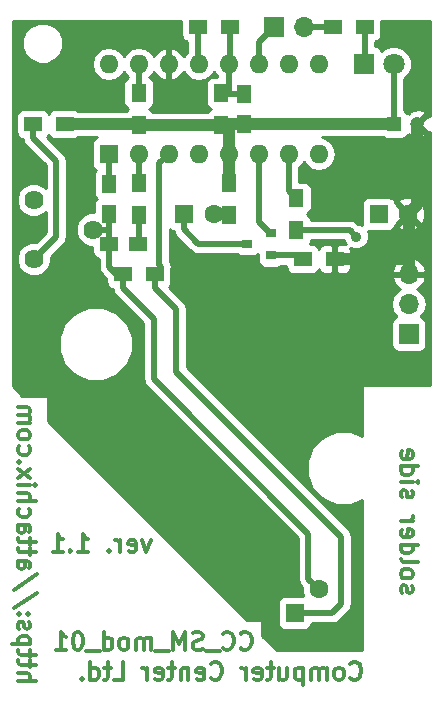
<source format=gbr>
G04 #@! TF.FileFunction,Copper,L2,Bot,Signal*
%FSLAX46Y46*%
G04 Gerber Fmt 4.6, Leading zero omitted, Abs format (unit mm)*
G04 Created by KiCad (PCBNEW 4.0.5) date 04/25/17 13:40:11*
%MOMM*%
%LPD*%
G01*
G04 APERTURE LIST*
%ADD10C,0.100000*%
%ADD11C,0.300000*%
%ADD12R,0.900000X0.800000*%
%ADD13R,1.600000X1.600000*%
%ADD14C,1.600000*%
%ADD15R,1.200000X1.200000*%
%ADD16C,1.200000*%
%ADD17R,1.500000X1.250000*%
%ADD18R,1.250000X1.500000*%
%ADD19R,1.800000X1.800000*%
%ADD20C,1.800000*%
%ADD21R,1.700000X1.700000*%
%ADD22O,1.700000X1.700000*%
%ADD23R,1.500000X1.300000*%
%ADD24R,1.300000X1.500000*%
%ADD25C,1.620000*%
%ADD26O,1.600000X1.600000*%
%ADD27C,0.900000*%
%ADD28C,0.500000*%
%ADD29C,1.000000*%
%ADD30C,0.254000*%
G04 APERTURE END LIST*
D10*
D11*
X129273570Y-134298571D02*
X128916427Y-135298571D01*
X128559285Y-134298571D01*
X127416428Y-135227143D02*
X127559285Y-135298571D01*
X127844999Y-135298571D01*
X127987856Y-135227143D01*
X128059285Y-135084286D01*
X128059285Y-134512857D01*
X127987856Y-134370000D01*
X127844999Y-134298571D01*
X127559285Y-134298571D01*
X127416428Y-134370000D01*
X127344999Y-134512857D01*
X127344999Y-134655714D01*
X128059285Y-134798571D01*
X126702142Y-135298571D02*
X126702142Y-134298571D01*
X126702142Y-134584286D02*
X126630714Y-134441429D01*
X126559285Y-134370000D01*
X126416428Y-134298571D01*
X126273571Y-134298571D01*
X125773571Y-135155714D02*
X125702143Y-135227143D01*
X125773571Y-135298571D01*
X125845000Y-135227143D01*
X125773571Y-135155714D01*
X125773571Y-135298571D01*
X123130714Y-135298571D02*
X123987857Y-135298571D01*
X123559285Y-135298571D02*
X123559285Y-133798571D01*
X123702142Y-134012857D01*
X123845000Y-134155714D01*
X123987857Y-134227143D01*
X122487857Y-135155714D02*
X122416429Y-135227143D01*
X122487857Y-135298571D01*
X122559286Y-135227143D01*
X122487857Y-135155714D01*
X122487857Y-135298571D01*
X120987857Y-135298571D02*
X121845000Y-135298571D01*
X121416428Y-135298571D02*
X121416428Y-133798571D01*
X121559285Y-134012857D01*
X121702143Y-134155714D01*
X121845000Y-134227143D01*
X136897142Y-143410714D02*
X136968571Y-143482143D01*
X137182857Y-143553571D01*
X137325714Y-143553571D01*
X137539999Y-143482143D01*
X137682857Y-143339286D01*
X137754285Y-143196429D01*
X137825714Y-142910714D01*
X137825714Y-142696429D01*
X137754285Y-142410714D01*
X137682857Y-142267857D01*
X137539999Y-142125000D01*
X137325714Y-142053571D01*
X137182857Y-142053571D01*
X136968571Y-142125000D01*
X136897142Y-142196429D01*
X135397142Y-143410714D02*
X135468571Y-143482143D01*
X135682857Y-143553571D01*
X135825714Y-143553571D01*
X136039999Y-143482143D01*
X136182857Y-143339286D01*
X136254285Y-143196429D01*
X136325714Y-142910714D01*
X136325714Y-142696429D01*
X136254285Y-142410714D01*
X136182857Y-142267857D01*
X136039999Y-142125000D01*
X135825714Y-142053571D01*
X135682857Y-142053571D01*
X135468571Y-142125000D01*
X135397142Y-142196429D01*
X135111428Y-143696429D02*
X133968571Y-143696429D01*
X133682857Y-143482143D02*
X133468571Y-143553571D01*
X133111428Y-143553571D01*
X132968571Y-143482143D01*
X132897142Y-143410714D01*
X132825714Y-143267857D01*
X132825714Y-143125000D01*
X132897142Y-142982143D01*
X132968571Y-142910714D01*
X133111428Y-142839286D01*
X133397142Y-142767857D01*
X133540000Y-142696429D01*
X133611428Y-142625000D01*
X133682857Y-142482143D01*
X133682857Y-142339286D01*
X133611428Y-142196429D01*
X133540000Y-142125000D01*
X133397142Y-142053571D01*
X133040000Y-142053571D01*
X132825714Y-142125000D01*
X132182857Y-143553571D02*
X132182857Y-142053571D01*
X131682857Y-143125000D01*
X131182857Y-142053571D01*
X131182857Y-143553571D01*
X130825714Y-143696429D02*
X129682857Y-143696429D01*
X129325714Y-143553571D02*
X129325714Y-142553571D01*
X129325714Y-142696429D02*
X129254286Y-142625000D01*
X129111428Y-142553571D01*
X128897143Y-142553571D01*
X128754286Y-142625000D01*
X128682857Y-142767857D01*
X128682857Y-143553571D01*
X128682857Y-142767857D02*
X128611428Y-142625000D01*
X128468571Y-142553571D01*
X128254286Y-142553571D01*
X128111428Y-142625000D01*
X128040000Y-142767857D01*
X128040000Y-143553571D01*
X127111428Y-143553571D02*
X127254286Y-143482143D01*
X127325714Y-143410714D01*
X127397143Y-143267857D01*
X127397143Y-142839286D01*
X127325714Y-142696429D01*
X127254286Y-142625000D01*
X127111428Y-142553571D01*
X126897143Y-142553571D01*
X126754286Y-142625000D01*
X126682857Y-142696429D01*
X126611428Y-142839286D01*
X126611428Y-143267857D01*
X126682857Y-143410714D01*
X126754286Y-143482143D01*
X126897143Y-143553571D01*
X127111428Y-143553571D01*
X125325714Y-143553571D02*
X125325714Y-142053571D01*
X125325714Y-143482143D02*
X125468571Y-143553571D01*
X125754285Y-143553571D01*
X125897143Y-143482143D01*
X125968571Y-143410714D01*
X126040000Y-143267857D01*
X126040000Y-142839286D01*
X125968571Y-142696429D01*
X125897143Y-142625000D01*
X125754285Y-142553571D01*
X125468571Y-142553571D01*
X125325714Y-142625000D01*
X124968571Y-143696429D02*
X123825714Y-143696429D01*
X123182857Y-142053571D02*
X123040000Y-142053571D01*
X122897143Y-142125000D01*
X122825714Y-142196429D01*
X122754285Y-142339286D01*
X122682857Y-142625000D01*
X122682857Y-142982143D01*
X122754285Y-143267857D01*
X122825714Y-143410714D01*
X122897143Y-143482143D01*
X123040000Y-143553571D01*
X123182857Y-143553571D01*
X123325714Y-143482143D01*
X123397143Y-143410714D01*
X123468571Y-143267857D01*
X123540000Y-142982143D01*
X123540000Y-142625000D01*
X123468571Y-142339286D01*
X123397143Y-142196429D01*
X123325714Y-142125000D01*
X123182857Y-142053571D01*
X121254286Y-143553571D02*
X122111429Y-143553571D01*
X121682857Y-143553571D02*
X121682857Y-142053571D01*
X121825714Y-142267857D01*
X121968572Y-142410714D01*
X122111429Y-142482143D01*
X150522857Y-138750714D02*
X150451429Y-138607857D01*
X150451429Y-138322142D01*
X150522857Y-138179285D01*
X150665714Y-138107857D01*
X150737143Y-138107857D01*
X150880000Y-138179285D01*
X150951429Y-138322142D01*
X150951429Y-138536428D01*
X151022857Y-138679285D01*
X151165714Y-138750714D01*
X151237143Y-138750714D01*
X151380000Y-138679285D01*
X151451429Y-138536428D01*
X151451429Y-138322142D01*
X151380000Y-138179285D01*
X150451429Y-137250713D02*
X150522857Y-137393571D01*
X150594286Y-137464999D01*
X150737143Y-137536428D01*
X151165714Y-137536428D01*
X151308571Y-137464999D01*
X151380000Y-137393571D01*
X151451429Y-137250713D01*
X151451429Y-137036428D01*
X151380000Y-136893571D01*
X151308571Y-136822142D01*
X151165714Y-136750713D01*
X150737143Y-136750713D01*
X150594286Y-136822142D01*
X150522857Y-136893571D01*
X150451429Y-137036428D01*
X150451429Y-137250713D01*
X150451429Y-135893570D02*
X150522857Y-136036428D01*
X150665714Y-136107856D01*
X151951429Y-136107856D01*
X150451429Y-134679285D02*
X151951429Y-134679285D01*
X150522857Y-134679285D02*
X150451429Y-134822142D01*
X150451429Y-135107856D01*
X150522857Y-135250714D01*
X150594286Y-135322142D01*
X150737143Y-135393571D01*
X151165714Y-135393571D01*
X151308571Y-135322142D01*
X151380000Y-135250714D01*
X151451429Y-135107856D01*
X151451429Y-134822142D01*
X151380000Y-134679285D01*
X150522857Y-133393571D02*
X150451429Y-133536428D01*
X150451429Y-133822142D01*
X150522857Y-133964999D01*
X150665714Y-134036428D01*
X151237143Y-134036428D01*
X151380000Y-133964999D01*
X151451429Y-133822142D01*
X151451429Y-133536428D01*
X151380000Y-133393571D01*
X151237143Y-133322142D01*
X151094286Y-133322142D01*
X150951429Y-134036428D01*
X150451429Y-132679285D02*
X151451429Y-132679285D01*
X151165714Y-132679285D02*
X151308571Y-132607857D01*
X151380000Y-132536428D01*
X151451429Y-132393571D01*
X151451429Y-132250714D01*
X150522857Y-130679286D02*
X150451429Y-130536429D01*
X150451429Y-130250714D01*
X150522857Y-130107857D01*
X150665714Y-130036429D01*
X150737143Y-130036429D01*
X150880000Y-130107857D01*
X150951429Y-130250714D01*
X150951429Y-130465000D01*
X151022857Y-130607857D01*
X151165714Y-130679286D01*
X151237143Y-130679286D01*
X151380000Y-130607857D01*
X151451429Y-130465000D01*
X151451429Y-130250714D01*
X151380000Y-130107857D01*
X150451429Y-129393571D02*
X151451429Y-129393571D01*
X151951429Y-129393571D02*
X151880000Y-129465000D01*
X151808571Y-129393571D01*
X151880000Y-129322143D01*
X151951429Y-129393571D01*
X151808571Y-129393571D01*
X150451429Y-128036428D02*
X151951429Y-128036428D01*
X150522857Y-128036428D02*
X150451429Y-128179285D01*
X150451429Y-128464999D01*
X150522857Y-128607857D01*
X150594286Y-128679285D01*
X150737143Y-128750714D01*
X151165714Y-128750714D01*
X151308571Y-128679285D01*
X151380000Y-128607857D01*
X151451429Y-128464999D01*
X151451429Y-128179285D01*
X151380000Y-128036428D01*
X150522857Y-126750714D02*
X150451429Y-126893571D01*
X150451429Y-127179285D01*
X150522857Y-127322142D01*
X150665714Y-127393571D01*
X151237143Y-127393571D01*
X151380000Y-127322142D01*
X151451429Y-127179285D01*
X151451429Y-126893571D01*
X151380000Y-126750714D01*
X151237143Y-126679285D01*
X151094286Y-126679285D01*
X150951429Y-127393571D01*
X118066429Y-146191430D02*
X119566429Y-146191430D01*
X118066429Y-145548573D02*
X118852143Y-145548573D01*
X118995000Y-145620002D01*
X119066429Y-145762859D01*
X119066429Y-145977144D01*
X118995000Y-146120002D01*
X118923571Y-146191430D01*
X119066429Y-145048573D02*
X119066429Y-144477144D01*
X119566429Y-144834287D02*
X118280714Y-144834287D01*
X118137857Y-144762859D01*
X118066429Y-144620001D01*
X118066429Y-144477144D01*
X119066429Y-144191430D02*
X119066429Y-143620001D01*
X119566429Y-143977144D02*
X118280714Y-143977144D01*
X118137857Y-143905716D01*
X118066429Y-143762858D01*
X118066429Y-143620001D01*
X119066429Y-143120001D02*
X117566429Y-143120001D01*
X118995000Y-143120001D02*
X119066429Y-142977144D01*
X119066429Y-142691430D01*
X118995000Y-142548573D01*
X118923571Y-142477144D01*
X118780714Y-142405715D01*
X118352143Y-142405715D01*
X118209286Y-142477144D01*
X118137857Y-142548573D01*
X118066429Y-142691430D01*
X118066429Y-142977144D01*
X118137857Y-143120001D01*
X118137857Y-141834287D02*
X118066429Y-141691430D01*
X118066429Y-141405715D01*
X118137857Y-141262858D01*
X118280714Y-141191430D01*
X118352143Y-141191430D01*
X118495000Y-141262858D01*
X118566429Y-141405715D01*
X118566429Y-141620001D01*
X118637857Y-141762858D01*
X118780714Y-141834287D01*
X118852143Y-141834287D01*
X118995000Y-141762858D01*
X119066429Y-141620001D01*
X119066429Y-141405715D01*
X118995000Y-141262858D01*
X118209286Y-140548572D02*
X118137857Y-140477144D01*
X118066429Y-140548572D01*
X118137857Y-140620001D01*
X118209286Y-140548572D01*
X118066429Y-140548572D01*
X118995000Y-140548572D02*
X118923571Y-140477144D01*
X118852143Y-140548572D01*
X118923571Y-140620001D01*
X118995000Y-140548572D01*
X118852143Y-140548572D01*
X119637857Y-138762858D02*
X117709286Y-140048572D01*
X119637857Y-137191429D02*
X117709286Y-138477143D01*
X118066429Y-136048571D02*
X118852143Y-136048571D01*
X118995000Y-136120000D01*
X119066429Y-136262857D01*
X119066429Y-136548571D01*
X118995000Y-136691428D01*
X118137857Y-136048571D02*
X118066429Y-136191428D01*
X118066429Y-136548571D01*
X118137857Y-136691428D01*
X118280714Y-136762857D01*
X118423571Y-136762857D01*
X118566429Y-136691428D01*
X118637857Y-136548571D01*
X118637857Y-136191428D01*
X118709286Y-136048571D01*
X119066429Y-135548571D02*
X119066429Y-134977142D01*
X119566429Y-135334285D02*
X118280714Y-135334285D01*
X118137857Y-135262857D01*
X118066429Y-135119999D01*
X118066429Y-134977142D01*
X119066429Y-134691428D02*
X119066429Y-134119999D01*
X119566429Y-134477142D02*
X118280714Y-134477142D01*
X118137857Y-134405714D01*
X118066429Y-134262856D01*
X118066429Y-134119999D01*
X118066429Y-132977142D02*
X118852143Y-132977142D01*
X118995000Y-133048571D01*
X119066429Y-133191428D01*
X119066429Y-133477142D01*
X118995000Y-133619999D01*
X118137857Y-132977142D02*
X118066429Y-133119999D01*
X118066429Y-133477142D01*
X118137857Y-133619999D01*
X118280714Y-133691428D01*
X118423571Y-133691428D01*
X118566429Y-133619999D01*
X118637857Y-133477142D01*
X118637857Y-133119999D01*
X118709286Y-132977142D01*
X118137857Y-131619999D02*
X118066429Y-131762856D01*
X118066429Y-132048570D01*
X118137857Y-132191428D01*
X118209286Y-132262856D01*
X118352143Y-132334285D01*
X118780714Y-132334285D01*
X118923571Y-132262856D01*
X118995000Y-132191428D01*
X119066429Y-132048570D01*
X119066429Y-131762856D01*
X118995000Y-131619999D01*
X118066429Y-130977142D02*
X119566429Y-130977142D01*
X118066429Y-130334285D02*
X118852143Y-130334285D01*
X118995000Y-130405714D01*
X119066429Y-130548571D01*
X119066429Y-130762856D01*
X118995000Y-130905714D01*
X118923571Y-130977142D01*
X118066429Y-129619999D02*
X119066429Y-129619999D01*
X119566429Y-129619999D02*
X119495000Y-129691428D01*
X119423571Y-129619999D01*
X119495000Y-129548571D01*
X119566429Y-129619999D01*
X119423571Y-129619999D01*
X118066429Y-129048570D02*
X119066429Y-128262856D01*
X119066429Y-129048570D02*
X118066429Y-128262856D01*
X118209286Y-127691427D02*
X118137857Y-127619999D01*
X118066429Y-127691427D01*
X118137857Y-127762856D01*
X118209286Y-127691427D01*
X118066429Y-127691427D01*
X118137857Y-126334284D02*
X118066429Y-126477141D01*
X118066429Y-126762855D01*
X118137857Y-126905713D01*
X118209286Y-126977141D01*
X118352143Y-127048570D01*
X118780714Y-127048570D01*
X118923571Y-126977141D01*
X118995000Y-126905713D01*
X119066429Y-126762855D01*
X119066429Y-126477141D01*
X118995000Y-126334284D01*
X118066429Y-125477141D02*
X118137857Y-125619999D01*
X118209286Y-125691427D01*
X118352143Y-125762856D01*
X118780714Y-125762856D01*
X118923571Y-125691427D01*
X118995000Y-125619999D01*
X119066429Y-125477141D01*
X119066429Y-125262856D01*
X118995000Y-125119999D01*
X118923571Y-125048570D01*
X118780714Y-124977141D01*
X118352143Y-124977141D01*
X118209286Y-125048570D01*
X118137857Y-125119999D01*
X118066429Y-125262856D01*
X118066429Y-125477141D01*
X118066429Y-124334284D02*
X119066429Y-124334284D01*
X118923571Y-124334284D02*
X118995000Y-124262856D01*
X119066429Y-124119998D01*
X119066429Y-123905713D01*
X118995000Y-123762856D01*
X118852143Y-123691427D01*
X118066429Y-123691427D01*
X118852143Y-123691427D02*
X118995000Y-123619998D01*
X119066429Y-123477141D01*
X119066429Y-123262856D01*
X118995000Y-123119998D01*
X118852143Y-123048570D01*
X118066429Y-123048570D01*
X146183571Y-145950714D02*
X146255000Y-146022143D01*
X146469286Y-146093571D01*
X146612143Y-146093571D01*
X146826428Y-146022143D01*
X146969286Y-145879286D01*
X147040714Y-145736429D01*
X147112143Y-145450714D01*
X147112143Y-145236429D01*
X147040714Y-144950714D01*
X146969286Y-144807857D01*
X146826428Y-144665000D01*
X146612143Y-144593571D01*
X146469286Y-144593571D01*
X146255000Y-144665000D01*
X146183571Y-144736429D01*
X145326428Y-146093571D02*
X145469286Y-146022143D01*
X145540714Y-145950714D01*
X145612143Y-145807857D01*
X145612143Y-145379286D01*
X145540714Y-145236429D01*
X145469286Y-145165000D01*
X145326428Y-145093571D01*
X145112143Y-145093571D01*
X144969286Y-145165000D01*
X144897857Y-145236429D01*
X144826428Y-145379286D01*
X144826428Y-145807857D01*
X144897857Y-145950714D01*
X144969286Y-146022143D01*
X145112143Y-146093571D01*
X145326428Y-146093571D01*
X144183571Y-146093571D02*
X144183571Y-145093571D01*
X144183571Y-145236429D02*
X144112143Y-145165000D01*
X143969285Y-145093571D01*
X143755000Y-145093571D01*
X143612143Y-145165000D01*
X143540714Y-145307857D01*
X143540714Y-146093571D01*
X143540714Y-145307857D02*
X143469285Y-145165000D01*
X143326428Y-145093571D01*
X143112143Y-145093571D01*
X142969285Y-145165000D01*
X142897857Y-145307857D01*
X142897857Y-146093571D01*
X142183571Y-145093571D02*
X142183571Y-146593571D01*
X142183571Y-145165000D02*
X142040714Y-145093571D01*
X141755000Y-145093571D01*
X141612143Y-145165000D01*
X141540714Y-145236429D01*
X141469285Y-145379286D01*
X141469285Y-145807857D01*
X141540714Y-145950714D01*
X141612143Y-146022143D01*
X141755000Y-146093571D01*
X142040714Y-146093571D01*
X142183571Y-146022143D01*
X140183571Y-145093571D02*
X140183571Y-146093571D01*
X140826428Y-145093571D02*
X140826428Y-145879286D01*
X140755000Y-146022143D01*
X140612142Y-146093571D01*
X140397857Y-146093571D01*
X140255000Y-146022143D01*
X140183571Y-145950714D01*
X139683571Y-145093571D02*
X139112142Y-145093571D01*
X139469285Y-144593571D02*
X139469285Y-145879286D01*
X139397857Y-146022143D01*
X139254999Y-146093571D01*
X139112142Y-146093571D01*
X138040714Y-146022143D02*
X138183571Y-146093571D01*
X138469285Y-146093571D01*
X138612142Y-146022143D01*
X138683571Y-145879286D01*
X138683571Y-145307857D01*
X138612142Y-145165000D01*
X138469285Y-145093571D01*
X138183571Y-145093571D01*
X138040714Y-145165000D01*
X137969285Y-145307857D01*
X137969285Y-145450714D01*
X138683571Y-145593571D01*
X137326428Y-146093571D02*
X137326428Y-145093571D01*
X137326428Y-145379286D02*
X137255000Y-145236429D01*
X137183571Y-145165000D01*
X137040714Y-145093571D01*
X136897857Y-145093571D01*
X134397857Y-145950714D02*
X134469286Y-146022143D01*
X134683572Y-146093571D01*
X134826429Y-146093571D01*
X135040714Y-146022143D01*
X135183572Y-145879286D01*
X135255000Y-145736429D01*
X135326429Y-145450714D01*
X135326429Y-145236429D01*
X135255000Y-144950714D01*
X135183572Y-144807857D01*
X135040714Y-144665000D01*
X134826429Y-144593571D01*
X134683572Y-144593571D01*
X134469286Y-144665000D01*
X134397857Y-144736429D01*
X133183572Y-146022143D02*
X133326429Y-146093571D01*
X133612143Y-146093571D01*
X133755000Y-146022143D01*
X133826429Y-145879286D01*
X133826429Y-145307857D01*
X133755000Y-145165000D01*
X133612143Y-145093571D01*
X133326429Y-145093571D01*
X133183572Y-145165000D01*
X133112143Y-145307857D01*
X133112143Y-145450714D01*
X133826429Y-145593571D01*
X132469286Y-145093571D02*
X132469286Y-146093571D01*
X132469286Y-145236429D02*
X132397858Y-145165000D01*
X132255000Y-145093571D01*
X132040715Y-145093571D01*
X131897858Y-145165000D01*
X131826429Y-145307857D01*
X131826429Y-146093571D01*
X131326429Y-145093571D02*
X130755000Y-145093571D01*
X131112143Y-144593571D02*
X131112143Y-145879286D01*
X131040715Y-146022143D01*
X130897857Y-146093571D01*
X130755000Y-146093571D01*
X129683572Y-146022143D02*
X129826429Y-146093571D01*
X130112143Y-146093571D01*
X130255000Y-146022143D01*
X130326429Y-145879286D01*
X130326429Y-145307857D01*
X130255000Y-145165000D01*
X130112143Y-145093571D01*
X129826429Y-145093571D01*
X129683572Y-145165000D01*
X129612143Y-145307857D01*
X129612143Y-145450714D01*
X130326429Y-145593571D01*
X128969286Y-146093571D02*
X128969286Y-145093571D01*
X128969286Y-145379286D02*
X128897858Y-145236429D01*
X128826429Y-145165000D01*
X128683572Y-145093571D01*
X128540715Y-145093571D01*
X126183572Y-146093571D02*
X126897858Y-146093571D01*
X126897858Y-144593571D01*
X125897858Y-145093571D02*
X125326429Y-145093571D01*
X125683572Y-144593571D02*
X125683572Y-145879286D01*
X125612144Y-146022143D01*
X125469286Y-146093571D01*
X125326429Y-146093571D01*
X124183572Y-146093571D02*
X124183572Y-144593571D01*
X124183572Y-146022143D02*
X124326429Y-146093571D01*
X124612143Y-146093571D01*
X124755001Y-146022143D01*
X124826429Y-145950714D01*
X124897858Y-145807857D01*
X124897858Y-145379286D01*
X124826429Y-145236429D01*
X124755001Y-145165000D01*
X124612143Y-145093571D01*
X124326429Y-145093571D01*
X124183572Y-145165000D01*
X123469286Y-145950714D02*
X123397858Y-146022143D01*
X123469286Y-146093571D01*
X123540715Y-146022143D01*
X123469286Y-145950714D01*
X123469286Y-146093571D01*
D12*
X139430000Y-108270000D03*
X139430000Y-110170000D03*
X137430000Y-109220000D03*
D13*
X148590000Y-106680000D03*
D14*
X151090000Y-106680000D03*
D15*
X149860000Y-99060000D03*
D16*
X151860000Y-99060000D03*
D17*
X128250000Y-109220000D03*
X125750000Y-109220000D03*
D18*
X125730000Y-104160000D03*
X125730000Y-106660000D03*
X137160000Y-99040000D03*
X137160000Y-96540000D03*
D19*
X147320000Y-93980000D03*
D20*
X149860000Y-93980000D03*
D21*
X139700000Y-90805000D03*
D22*
X142240000Y-90805000D03*
D14*
X134620000Y-106680000D03*
D13*
X132080000Y-106680000D03*
D14*
X143510000Y-138430000D03*
D13*
X141478000Y-140462000D03*
D22*
X151130000Y-111760000D03*
D21*
X151130000Y-116840000D03*
D22*
X151130000Y-114300000D03*
D23*
X126920000Y-111760000D03*
X129620000Y-111760000D03*
D24*
X135890000Y-104060000D03*
X135890000Y-106760000D03*
D23*
X142160000Y-110490000D03*
X144860000Y-110490000D03*
X122000000Y-99060000D03*
X119300000Y-99060000D03*
D24*
X128270000Y-104060000D03*
X128270000Y-106760000D03*
X141605000Y-105330000D03*
X141605000Y-108030000D03*
D23*
X135970000Y-90805000D03*
X133270000Y-90805000D03*
X147400000Y-90805000D03*
X144700000Y-90805000D03*
D24*
X128270000Y-99140000D03*
X128270000Y-96440000D03*
X135255000Y-99140000D03*
X135255000Y-96440000D03*
D25*
X119380000Y-105490000D03*
X124380000Y-107990000D03*
X119380000Y-110490000D03*
D13*
X125730000Y-101600000D03*
D26*
X143510000Y-93980000D03*
X128270000Y-101600000D03*
X140970000Y-93980000D03*
X130810000Y-101600000D03*
X138430000Y-93980000D03*
X133350000Y-101600000D03*
X135890000Y-93980000D03*
X135890000Y-101600000D03*
X133350000Y-93980000D03*
X138430000Y-101600000D03*
X130810000Y-93980000D03*
X140970000Y-101600000D03*
X128270000Y-93980000D03*
X143510000Y-101600000D03*
X125730000Y-93980000D03*
D27*
X146685000Y-108585000D03*
D28*
X138430000Y-101600000D02*
X138430000Y-107320000D01*
X138430000Y-107320000D02*
X139380000Y-108270000D01*
X139380000Y-108270000D02*
X139430000Y-108270000D01*
X139430000Y-110170000D02*
X141840000Y-110170000D01*
X141840000Y-110170000D02*
X142160000Y-110490000D01*
X132080000Y-106680000D02*
X132080000Y-107980000D01*
X132080000Y-107980000D02*
X133320000Y-109220000D01*
X133320000Y-109220000D02*
X136480000Y-109220000D01*
X136480000Y-109220000D02*
X137430000Y-109220000D01*
D29*
X134620000Y-106680000D02*
X135810000Y-106680000D01*
X135810000Y-106680000D02*
X135890000Y-106760000D01*
X151130000Y-111760000D02*
X151130000Y-110490000D01*
X151130000Y-110490000D02*
X151130000Y-106720000D01*
X144860000Y-110490000D02*
X151130000Y-110490000D01*
X151090000Y-106680000D02*
X151860000Y-105910000D01*
X151860000Y-105910000D02*
X151860000Y-99060000D01*
X151130000Y-106720000D02*
X151090000Y-106680000D01*
D28*
X149860000Y-93980000D02*
X149860000Y-99060000D01*
D29*
X135890000Y-104060000D02*
X135890000Y-101600000D01*
X122000000Y-99060000D02*
X128190000Y-99060000D01*
X128190000Y-99060000D02*
X128270000Y-99140000D01*
X128270000Y-99140000D02*
X135255000Y-99140000D01*
X137160000Y-99040000D02*
X135890000Y-99040000D01*
X135890000Y-99040000D02*
X135355000Y-99040000D01*
X135890000Y-101600000D02*
X135890000Y-99040000D01*
X135355000Y-99040000D02*
X135255000Y-99140000D01*
X149860000Y-99060000D02*
X137180000Y-99060000D01*
X137180000Y-99060000D02*
X137160000Y-99040000D01*
D28*
X128270000Y-106760000D02*
X128270000Y-109200000D01*
X128270000Y-109200000D02*
X128250000Y-109220000D01*
X129540000Y-120650000D02*
X129540000Y-115530000D01*
X129540000Y-115530000D02*
X126920000Y-112910000D01*
X126920000Y-112910000D02*
X126920000Y-111760000D01*
X142619999Y-133729999D02*
X129540000Y-120650000D01*
X143510000Y-138430000D02*
X142619999Y-137539999D01*
X142619999Y-137539999D02*
X142619999Y-133729999D01*
X126365000Y-111760000D02*
X125750000Y-111145000D01*
X125750000Y-111145000D02*
X125750000Y-109220000D01*
X126920000Y-111760000D02*
X126365000Y-111760000D01*
X125730000Y-106660000D02*
X125730000Y-107950000D01*
X125730000Y-107950000D02*
X125730000Y-109200000D01*
X124380000Y-107990000D02*
X125690000Y-107990000D01*
X125690000Y-107990000D02*
X125730000Y-107950000D01*
X125730000Y-109200000D02*
X125750000Y-109220000D01*
X125730000Y-104160000D02*
X125730000Y-101600000D01*
X137160000Y-96540000D02*
X135890000Y-96540000D01*
X135890000Y-96540000D02*
X135355000Y-96540000D01*
X135890000Y-93980000D02*
X135890000Y-96540000D01*
X135355000Y-96540000D02*
X135255000Y-96440000D01*
X135970000Y-90805000D02*
X135970000Y-93900000D01*
X135970000Y-93900000D02*
X135890000Y-93980000D01*
X147400000Y-90805000D02*
X147400000Y-93900000D01*
X147400000Y-93900000D02*
X147320000Y-93980000D01*
X138430000Y-92075000D02*
X138430000Y-93980000D01*
X139700000Y-90805000D02*
X138430000Y-92075000D01*
X142240000Y-90805000D02*
X144700000Y-90805000D01*
X130175000Y-111125000D02*
X130010001Y-110960001D01*
X130010001Y-110960001D02*
X130010001Y-102399999D01*
X130010001Y-102399999D02*
X130810000Y-101600000D01*
X129620000Y-111680000D02*
X130175000Y-111125000D01*
X129620000Y-111760000D02*
X129620000Y-111680000D01*
X141478000Y-140462000D02*
X144653000Y-140462000D01*
X144653000Y-140462000D02*
X145415000Y-139700000D01*
X145415000Y-139700000D02*
X145415000Y-133985000D01*
X145415000Y-133985000D02*
X131445000Y-120015000D01*
X131445000Y-120015000D02*
X131445000Y-114735000D01*
X131445000Y-114735000D02*
X129620000Y-112910000D01*
X129620000Y-112910000D02*
X129620000Y-111760000D01*
X141605000Y-108030000D02*
X146130000Y-108030000D01*
X146130000Y-108030000D02*
X146685000Y-108585000D01*
X121285000Y-102195000D02*
X121285000Y-108585000D01*
X121285000Y-108585000D02*
X119380000Y-110490000D01*
X119300000Y-99060000D02*
X119300000Y-100210000D01*
X119300000Y-100210000D02*
X121285000Y-102195000D01*
X128270000Y-104060000D02*
X128270000Y-101600000D01*
X140970000Y-101600000D02*
X140970000Y-104695000D01*
X140970000Y-104695000D02*
X141605000Y-105330000D01*
X133270000Y-90805000D02*
X133270000Y-93900000D01*
X133270000Y-93900000D02*
X133350000Y-93980000D01*
X128270000Y-96440000D02*
X128270000Y-93980000D01*
D30*
G36*
X131872560Y-91455000D02*
X131916838Y-91690317D01*
X132055910Y-91906441D01*
X132268110Y-92051431D01*
X132385000Y-92075102D01*
X132385000Y-92903982D01*
X132335302Y-92937189D01*
X132065014Y-93341703D01*
X131962389Y-93124866D01*
X131547423Y-92748959D01*
X131159039Y-92588096D01*
X130937000Y-92710085D01*
X130937000Y-93853000D01*
X130957000Y-93853000D01*
X130957000Y-94107000D01*
X130937000Y-94107000D01*
X130937000Y-95249915D01*
X131159039Y-95371904D01*
X131547423Y-95211041D01*
X131962389Y-94835134D01*
X132065014Y-94618297D01*
X132335302Y-95022811D01*
X132800849Y-95333880D01*
X133350000Y-95443113D01*
X133899151Y-95333880D01*
X134364698Y-95022811D01*
X134620000Y-94640725D01*
X134875302Y-95022811D01*
X134904858Y-95042560D01*
X134605000Y-95042560D01*
X134369683Y-95086838D01*
X134153559Y-95225910D01*
X134008569Y-95438110D01*
X133957560Y-95690000D01*
X133957560Y-97190000D01*
X134001838Y-97425317D01*
X134140910Y-97641441D01*
X134353110Y-97786431D01*
X134366197Y-97789081D01*
X134153559Y-97925910D01*
X134099519Y-98005000D01*
X129426844Y-98005000D01*
X129384090Y-97938559D01*
X129171890Y-97793569D01*
X129158803Y-97790919D01*
X129371441Y-97654090D01*
X129516431Y-97441890D01*
X129567440Y-97190000D01*
X129567440Y-95690000D01*
X129523162Y-95454683D01*
X129384090Y-95238559D01*
X129175307Y-95095904D01*
X129284698Y-95022811D01*
X129554986Y-94618297D01*
X129657611Y-94835134D01*
X130072577Y-95211041D01*
X130460961Y-95371904D01*
X130683000Y-95249915D01*
X130683000Y-94107000D01*
X130663000Y-94107000D01*
X130663000Y-93853000D01*
X130683000Y-93853000D01*
X130683000Y-92710085D01*
X130460961Y-92588096D01*
X130072577Y-92748959D01*
X129657611Y-93124866D01*
X129554986Y-93341703D01*
X129284698Y-92937189D01*
X128819151Y-92626120D01*
X128270000Y-92516887D01*
X127720849Y-92626120D01*
X127255302Y-92937189D01*
X127000000Y-93319275D01*
X126744698Y-92937189D01*
X126279151Y-92626120D01*
X125730000Y-92516887D01*
X125180849Y-92626120D01*
X124715302Y-92937189D01*
X124404233Y-93402736D01*
X124295000Y-93951887D01*
X124295000Y-94008113D01*
X124404233Y-94557264D01*
X124715302Y-95022811D01*
X125180849Y-95333880D01*
X125730000Y-95443113D01*
X126279151Y-95333880D01*
X126744698Y-95022811D01*
X127000000Y-94640725D01*
X127255302Y-95022811D01*
X127367588Y-95097838D01*
X127168559Y-95225910D01*
X127023569Y-95438110D01*
X126972560Y-95690000D01*
X126972560Y-97190000D01*
X127016838Y-97425317D01*
X127155910Y-97641441D01*
X127368110Y-97786431D01*
X127381197Y-97789081D01*
X127169973Y-97925000D01*
X123164975Y-97925000D01*
X123001890Y-97813569D01*
X122750000Y-97762560D01*
X121250000Y-97762560D01*
X121014683Y-97806838D01*
X120798559Y-97945910D01*
X120653569Y-98158110D01*
X120650919Y-98171197D01*
X120514090Y-97958559D01*
X120301890Y-97813569D01*
X120050000Y-97762560D01*
X118550000Y-97762560D01*
X118314683Y-97806838D01*
X118098559Y-97945910D01*
X117953569Y-98158110D01*
X117902560Y-98410000D01*
X117902560Y-99710000D01*
X117946838Y-99945317D01*
X118085910Y-100161441D01*
X118298110Y-100306431D01*
X118439892Y-100335143D01*
X118450094Y-100386431D01*
X118482367Y-100548675D01*
X118650296Y-100800000D01*
X118674210Y-100835790D01*
X120400000Y-102561579D01*
X120400000Y-104466458D01*
X120199595Y-104265703D01*
X119668689Y-104045252D01*
X119093833Y-104044750D01*
X118562543Y-104264275D01*
X118155703Y-104670405D01*
X117935252Y-105201311D01*
X117934750Y-105776167D01*
X118154275Y-106307457D01*
X118560405Y-106714297D01*
X119091311Y-106934748D01*
X119666167Y-106935250D01*
X120197457Y-106715725D01*
X120400000Y-106513535D01*
X120400000Y-108218421D01*
X119573252Y-109045169D01*
X119093833Y-109044750D01*
X118562543Y-109264275D01*
X118155703Y-109670405D01*
X117935252Y-110201311D01*
X117934750Y-110776167D01*
X118154275Y-111307457D01*
X118560405Y-111714297D01*
X119091311Y-111934748D01*
X119666167Y-111935250D01*
X120197457Y-111715725D01*
X120604297Y-111309595D01*
X120824748Y-110778689D01*
X120825169Y-110296410D01*
X121910787Y-109210792D01*
X121910790Y-109210790D01*
X122102633Y-108923675D01*
X122120272Y-108835000D01*
X122170001Y-108585000D01*
X122170000Y-108584995D01*
X122170000Y-102195005D01*
X122170001Y-102195000D01*
X122102633Y-101856326D01*
X122102633Y-101856325D01*
X121910790Y-101569210D01*
X121910787Y-101569208D01*
X120507217Y-100165637D01*
X120646431Y-99961890D01*
X120649081Y-99948803D01*
X120785910Y-100161441D01*
X120998110Y-100306431D01*
X121250000Y-100357440D01*
X122750000Y-100357440D01*
X122985317Y-100313162D01*
X123168946Y-100195000D01*
X124704451Y-100195000D01*
X124694683Y-100196838D01*
X124478559Y-100335910D01*
X124333569Y-100548110D01*
X124282560Y-100800000D01*
X124282560Y-102400000D01*
X124326838Y-102635317D01*
X124465910Y-102851441D01*
X124637840Y-102968916D01*
X124508569Y-103158110D01*
X124457560Y-103410000D01*
X124457560Y-104910000D01*
X124501838Y-105145317D01*
X124640910Y-105361441D01*
X124710711Y-105409134D01*
X124653559Y-105445910D01*
X124508569Y-105658110D01*
X124457560Y-105910000D01*
X124457560Y-106545068D01*
X124093833Y-106544750D01*
X123562543Y-106764275D01*
X123155703Y-107170405D01*
X122935252Y-107701311D01*
X122934750Y-108276167D01*
X123154275Y-108807457D01*
X123560405Y-109214297D01*
X124091311Y-109434748D01*
X124352560Y-109434976D01*
X124352560Y-109845000D01*
X124396838Y-110080317D01*
X124535910Y-110296441D01*
X124748110Y-110441431D01*
X124865000Y-110465102D01*
X124865000Y-111144995D01*
X124864999Y-111145000D01*
X124919965Y-111421325D01*
X124932367Y-111483675D01*
X125086463Y-111714297D01*
X125124210Y-111770790D01*
X125522560Y-112169139D01*
X125522560Y-112410000D01*
X125566838Y-112645317D01*
X125705910Y-112861441D01*
X125918110Y-113006431D01*
X126059892Y-113035143D01*
X126068978Y-113080819D01*
X126102367Y-113248675D01*
X126294210Y-113535790D01*
X128655000Y-115896579D01*
X128655000Y-120649995D01*
X128654999Y-120650000D01*
X128691328Y-120832633D01*
X128722367Y-120988675D01*
X128914210Y-121275790D01*
X141734999Y-134096578D01*
X141734999Y-137539994D01*
X141734998Y-137539999D01*
X141750554Y-137618200D01*
X141802366Y-137878674D01*
X141925626Y-138063146D01*
X141994209Y-138165789D01*
X142075160Y-138246740D01*
X142074752Y-138714187D01*
X142198863Y-139014560D01*
X140678000Y-139014560D01*
X140442683Y-139058838D01*
X140226559Y-139197910D01*
X140081569Y-139410110D01*
X140030560Y-139662000D01*
X140030560Y-141262000D01*
X140074838Y-141497317D01*
X140213910Y-141713441D01*
X140426110Y-141858431D01*
X140678000Y-141909440D01*
X142278000Y-141909440D01*
X142513317Y-141865162D01*
X142729441Y-141726090D01*
X142874431Y-141513890D01*
X142908227Y-141347000D01*
X144652995Y-141347000D01*
X144653000Y-141347001D01*
X144935484Y-141290810D01*
X144991675Y-141279633D01*
X145278790Y-141087790D01*
X146040787Y-140325792D01*
X146040790Y-140325790D01*
X146232633Y-140038675D01*
X146267229Y-139864750D01*
X146300001Y-139700000D01*
X146300000Y-139699995D01*
X146300000Y-133985000D01*
X146232633Y-133646325D01*
X146040790Y-133359210D01*
X146040787Y-133359208D01*
X132330000Y-119648420D01*
X132330000Y-114735005D01*
X132330001Y-114735000D01*
X132262633Y-114396326D01*
X132262633Y-114396325D01*
X132198272Y-114300000D01*
X149615907Y-114300000D01*
X149728946Y-114868285D01*
X150050853Y-115350054D01*
X150092452Y-115377850D01*
X150044683Y-115386838D01*
X149828559Y-115525910D01*
X149683569Y-115738110D01*
X149632560Y-115990000D01*
X149632560Y-117690000D01*
X149676838Y-117925317D01*
X149815910Y-118141441D01*
X150028110Y-118286431D01*
X150280000Y-118337440D01*
X151980000Y-118337440D01*
X152215317Y-118293162D01*
X152431441Y-118154090D01*
X152576431Y-117941890D01*
X152627440Y-117690000D01*
X152627440Y-115990000D01*
X152583162Y-115754683D01*
X152444090Y-115538559D01*
X152231890Y-115393569D01*
X152164459Y-115379914D01*
X152209147Y-115350054D01*
X152531054Y-114868285D01*
X152644093Y-114300000D01*
X152531054Y-113731715D01*
X152209147Y-113249946D01*
X151868447Y-113022298D01*
X152011358Y-112955183D01*
X152401645Y-112526924D01*
X152571476Y-112116890D01*
X152450155Y-111887000D01*
X151257000Y-111887000D01*
X151257000Y-111907000D01*
X151003000Y-111907000D01*
X151003000Y-111887000D01*
X149809845Y-111887000D01*
X149688524Y-112116890D01*
X149858355Y-112526924D01*
X150248642Y-112955183D01*
X150391553Y-113022298D01*
X150050853Y-113249946D01*
X149728946Y-113731715D01*
X149615907Y-114300000D01*
X132198272Y-114300000D01*
X132070790Y-114109210D01*
X132070787Y-114109208D01*
X130827217Y-112865637D01*
X130966431Y-112661890D01*
X131017440Y-112410000D01*
X131017440Y-111338967D01*
X131060001Y-111125000D01*
X130992634Y-110786325D01*
X130895001Y-110640207D01*
X130895001Y-107985482D01*
X131028110Y-108076431D01*
X131221991Y-108115693D01*
X131242110Y-108216838D01*
X131262367Y-108318675D01*
X131318288Y-108402367D01*
X131454210Y-108605790D01*
X132694208Y-109845787D01*
X132694210Y-109845790D01*
X132981325Y-110037633D01*
X133037516Y-110048810D01*
X133320000Y-110105001D01*
X133320005Y-110105000D01*
X136565025Y-110105000D01*
X136728110Y-110216431D01*
X136980000Y-110267440D01*
X137880000Y-110267440D01*
X138115317Y-110223162D01*
X138331441Y-110084090D01*
X138332560Y-110082452D01*
X138332560Y-110570000D01*
X138376838Y-110805317D01*
X138515910Y-111021441D01*
X138728110Y-111166431D01*
X138980000Y-111217440D01*
X139880000Y-111217440D01*
X140115317Y-111173162D01*
X140298946Y-111055000D01*
X140762560Y-111055000D01*
X140762560Y-111140000D01*
X140806838Y-111375317D01*
X140945910Y-111591441D01*
X141158110Y-111736431D01*
X141410000Y-111787440D01*
X142910000Y-111787440D01*
X143145317Y-111743162D01*
X143361441Y-111604090D01*
X143506431Y-111391890D01*
X143513191Y-111358510D01*
X143571673Y-111499699D01*
X143750302Y-111678327D01*
X143983691Y-111775000D01*
X144574250Y-111775000D01*
X144733000Y-111616250D01*
X144733000Y-110617000D01*
X144987000Y-110617000D01*
X144987000Y-111616250D01*
X145145750Y-111775000D01*
X145736309Y-111775000D01*
X145969698Y-111678327D01*
X146148327Y-111499699D01*
X146188335Y-111403110D01*
X149688524Y-111403110D01*
X149809845Y-111633000D01*
X151003000Y-111633000D01*
X151003000Y-110439181D01*
X151257000Y-110439181D01*
X151257000Y-111633000D01*
X152450155Y-111633000D01*
X152571476Y-111403110D01*
X152401645Y-110993076D01*
X152011358Y-110564817D01*
X151486892Y-110318514D01*
X151257000Y-110439181D01*
X151003000Y-110439181D01*
X150773108Y-110318514D01*
X150248642Y-110564817D01*
X149858355Y-110993076D01*
X149688524Y-111403110D01*
X146188335Y-111403110D01*
X146245000Y-111266310D01*
X146245000Y-110775750D01*
X146086250Y-110617000D01*
X144987000Y-110617000D01*
X144733000Y-110617000D01*
X144713000Y-110617000D01*
X144713000Y-110363000D01*
X144733000Y-110363000D01*
X144733000Y-109363750D01*
X144574250Y-109205000D01*
X143983691Y-109205000D01*
X143750302Y-109301673D01*
X143571673Y-109480301D01*
X143515346Y-109616287D01*
X143513162Y-109604683D01*
X143374090Y-109388559D01*
X143161890Y-109243569D01*
X142910000Y-109192560D01*
X142741650Y-109192560D01*
X142851431Y-109031890D01*
X142875102Y-108915000D01*
X145647382Y-108915000D01*
X145764646Y-109198800D01*
X145795176Y-109229384D01*
X145736309Y-109205000D01*
X145145750Y-109205000D01*
X144987000Y-109363750D01*
X144987000Y-110363000D01*
X146086250Y-110363000D01*
X146245000Y-110204250D01*
X146245000Y-109713690D01*
X146176678Y-109548747D01*
X146468233Y-109669811D01*
X146899873Y-109670188D01*
X147298800Y-109505354D01*
X147604282Y-109200405D01*
X147769811Y-108801767D01*
X147770188Y-108370127D01*
X147658946Y-108100901D01*
X147790000Y-108127440D01*
X149390000Y-108127440D01*
X149625317Y-108083162D01*
X149841441Y-107944090D01*
X149986431Y-107731890D01*
X149995370Y-107687745D01*
X150261861Y-107687745D01*
X150335995Y-107933864D01*
X150873223Y-108126965D01*
X151443454Y-108099778D01*
X151844005Y-107933864D01*
X151918139Y-107687745D01*
X151090000Y-106859605D01*
X150261861Y-107687745D01*
X149995370Y-107687745D01*
X150034646Y-107493799D01*
X150082255Y-107508139D01*
X150910395Y-106680000D01*
X151269605Y-106680000D01*
X152097745Y-107508139D01*
X152343864Y-107434005D01*
X152536965Y-106896777D01*
X152509778Y-106326546D01*
X152343864Y-105925995D01*
X152097745Y-105851861D01*
X151269605Y-106680000D01*
X150910395Y-106680000D01*
X150082255Y-105851861D01*
X150034833Y-105866145D01*
X149998351Y-105672255D01*
X150261861Y-105672255D01*
X151090000Y-106500395D01*
X151918139Y-105672255D01*
X151844005Y-105426136D01*
X151306777Y-105233035D01*
X150736546Y-105260222D01*
X150335995Y-105426136D01*
X150261861Y-105672255D01*
X149998351Y-105672255D01*
X149993162Y-105644683D01*
X149854090Y-105428559D01*
X149641890Y-105283569D01*
X149390000Y-105232560D01*
X147790000Y-105232560D01*
X147554683Y-105276838D01*
X147338559Y-105415910D01*
X147193569Y-105628110D01*
X147142560Y-105880000D01*
X147142560Y-107480000D01*
X147167089Y-107610360D01*
X146901767Y-107500189D01*
X146851725Y-107500145D01*
X146755790Y-107404210D01*
X146680959Y-107354210D01*
X146468675Y-107212367D01*
X146378073Y-107194345D01*
X146130000Y-107144999D01*
X146129995Y-107145000D01*
X142877038Y-107145000D01*
X142858162Y-107044683D01*
X142719090Y-106828559D01*
X142506890Y-106683569D01*
X142493803Y-106680919D01*
X142706441Y-106544090D01*
X142851431Y-106331890D01*
X142902440Y-106080000D01*
X142902440Y-104580000D01*
X142858162Y-104344683D01*
X142719090Y-104128559D01*
X142506890Y-103983569D01*
X142255000Y-103932560D01*
X141855000Y-103932560D01*
X141855000Y-102729473D01*
X141984698Y-102642811D01*
X142240000Y-102260725D01*
X142495302Y-102642811D01*
X142960849Y-102953880D01*
X143510000Y-103063113D01*
X144059151Y-102953880D01*
X144524698Y-102642811D01*
X144835767Y-102177264D01*
X144945000Y-101628113D01*
X144945000Y-101571887D01*
X144835767Y-101022736D01*
X144524698Y-100557189D01*
X144059151Y-100246120D01*
X143802154Y-100195000D01*
X148918203Y-100195000D01*
X149008110Y-100256431D01*
X149260000Y-100307440D01*
X150460000Y-100307440D01*
X150695317Y-100263162D01*
X150911441Y-100124090D01*
X151006993Y-99984245D01*
X151061178Y-100038430D01*
X151176871Y-99922737D01*
X151226383Y-100148164D01*
X151691036Y-100307807D01*
X152181413Y-100277482D01*
X152493617Y-100148164D01*
X152543130Y-99922735D01*
X151860000Y-99239605D01*
X151845858Y-99253748D01*
X151666253Y-99074143D01*
X151680395Y-99060000D01*
X151666253Y-99045858D01*
X151845858Y-98866253D01*
X151860000Y-98880395D01*
X152543130Y-98197265D01*
X152493617Y-97971836D01*
X152028964Y-97812193D01*
X151538587Y-97842518D01*
X151226383Y-97971836D01*
X151176871Y-98197263D01*
X151061178Y-98081570D01*
X151006351Y-98136397D01*
X150924090Y-98008559D01*
X150745000Y-97886192D01*
X150745000Y-95265468D01*
X151160551Y-94850643D01*
X151394733Y-94286670D01*
X151395265Y-93676009D01*
X151162068Y-93111629D01*
X150730643Y-92679449D01*
X150166670Y-92445267D01*
X149556009Y-92444735D01*
X148991629Y-92677932D01*
X148823387Y-92845880D01*
X148823162Y-92844683D01*
X148684090Y-92628559D01*
X148471890Y-92483569D01*
X148285000Y-92445723D01*
X148285000Y-92077038D01*
X148385317Y-92058162D01*
X148601441Y-91919090D01*
X148746431Y-91706890D01*
X148797440Y-91455000D01*
X148797440Y-90297000D01*
X152908000Y-90297000D01*
X152908000Y-98417561D01*
X152722735Y-98376870D01*
X152039605Y-99060000D01*
X152722735Y-99743130D01*
X152908000Y-99702439D01*
X152908000Y-121158000D01*
X147320000Y-121158000D01*
X147270590Y-121168006D01*
X147228965Y-121196447D01*
X147201685Y-121238841D01*
X147193000Y-121285000D01*
X147193000Y-125438639D01*
X146246326Y-125045546D01*
X144999146Y-125044457D01*
X143846485Y-125520727D01*
X142963826Y-126401847D01*
X142485546Y-127553674D01*
X142484457Y-128800854D01*
X142960727Y-129953515D01*
X143841847Y-130836174D01*
X144993674Y-131314454D01*
X146240854Y-131315543D01*
X147193000Y-130922124D01*
X147193000Y-143580000D01*
X139949606Y-143580000D01*
X138746428Y-142376822D01*
X138746428Y-141040000D01*
X137409606Y-141040000D01*
X120580000Y-124210394D01*
X120580000Y-122056427D01*
X118426033Y-122056427D01*
X117602000Y-121232394D01*
X117602000Y-118300854D01*
X121484457Y-118300854D01*
X121960727Y-119453515D01*
X122841847Y-120336174D01*
X123993674Y-120814454D01*
X125240854Y-120815543D01*
X126393515Y-120339273D01*
X127276174Y-119458153D01*
X127754454Y-118306326D01*
X127755543Y-117059146D01*
X127279273Y-115906485D01*
X126398153Y-115023826D01*
X125246326Y-114545546D01*
X123999146Y-114544457D01*
X122846485Y-115020727D01*
X121963826Y-115901847D01*
X121485546Y-117053674D01*
X121484457Y-118300854D01*
X117602000Y-118300854D01*
X117602000Y-92545599D01*
X118406699Y-92545599D01*
X118670281Y-93183515D01*
X119157918Y-93672004D01*
X119795373Y-93936699D01*
X120485599Y-93937301D01*
X121123515Y-93673719D01*
X121612004Y-93186082D01*
X121876699Y-92548627D01*
X121877301Y-91858401D01*
X121613719Y-91220485D01*
X121126082Y-90731996D01*
X120488627Y-90467301D01*
X119798401Y-90466699D01*
X119160485Y-90730281D01*
X118671996Y-91217918D01*
X118407301Y-91855373D01*
X118406699Y-92545599D01*
X117602000Y-92545599D01*
X117602000Y-90297000D01*
X131872560Y-90297000D01*
X131872560Y-91455000D01*
X131872560Y-91455000D01*
G37*
X131872560Y-91455000D02*
X131916838Y-91690317D01*
X132055910Y-91906441D01*
X132268110Y-92051431D01*
X132385000Y-92075102D01*
X132385000Y-92903982D01*
X132335302Y-92937189D01*
X132065014Y-93341703D01*
X131962389Y-93124866D01*
X131547423Y-92748959D01*
X131159039Y-92588096D01*
X130937000Y-92710085D01*
X130937000Y-93853000D01*
X130957000Y-93853000D01*
X130957000Y-94107000D01*
X130937000Y-94107000D01*
X130937000Y-95249915D01*
X131159039Y-95371904D01*
X131547423Y-95211041D01*
X131962389Y-94835134D01*
X132065014Y-94618297D01*
X132335302Y-95022811D01*
X132800849Y-95333880D01*
X133350000Y-95443113D01*
X133899151Y-95333880D01*
X134364698Y-95022811D01*
X134620000Y-94640725D01*
X134875302Y-95022811D01*
X134904858Y-95042560D01*
X134605000Y-95042560D01*
X134369683Y-95086838D01*
X134153559Y-95225910D01*
X134008569Y-95438110D01*
X133957560Y-95690000D01*
X133957560Y-97190000D01*
X134001838Y-97425317D01*
X134140910Y-97641441D01*
X134353110Y-97786431D01*
X134366197Y-97789081D01*
X134153559Y-97925910D01*
X134099519Y-98005000D01*
X129426844Y-98005000D01*
X129384090Y-97938559D01*
X129171890Y-97793569D01*
X129158803Y-97790919D01*
X129371441Y-97654090D01*
X129516431Y-97441890D01*
X129567440Y-97190000D01*
X129567440Y-95690000D01*
X129523162Y-95454683D01*
X129384090Y-95238559D01*
X129175307Y-95095904D01*
X129284698Y-95022811D01*
X129554986Y-94618297D01*
X129657611Y-94835134D01*
X130072577Y-95211041D01*
X130460961Y-95371904D01*
X130683000Y-95249915D01*
X130683000Y-94107000D01*
X130663000Y-94107000D01*
X130663000Y-93853000D01*
X130683000Y-93853000D01*
X130683000Y-92710085D01*
X130460961Y-92588096D01*
X130072577Y-92748959D01*
X129657611Y-93124866D01*
X129554986Y-93341703D01*
X129284698Y-92937189D01*
X128819151Y-92626120D01*
X128270000Y-92516887D01*
X127720849Y-92626120D01*
X127255302Y-92937189D01*
X127000000Y-93319275D01*
X126744698Y-92937189D01*
X126279151Y-92626120D01*
X125730000Y-92516887D01*
X125180849Y-92626120D01*
X124715302Y-92937189D01*
X124404233Y-93402736D01*
X124295000Y-93951887D01*
X124295000Y-94008113D01*
X124404233Y-94557264D01*
X124715302Y-95022811D01*
X125180849Y-95333880D01*
X125730000Y-95443113D01*
X126279151Y-95333880D01*
X126744698Y-95022811D01*
X127000000Y-94640725D01*
X127255302Y-95022811D01*
X127367588Y-95097838D01*
X127168559Y-95225910D01*
X127023569Y-95438110D01*
X126972560Y-95690000D01*
X126972560Y-97190000D01*
X127016838Y-97425317D01*
X127155910Y-97641441D01*
X127368110Y-97786431D01*
X127381197Y-97789081D01*
X127169973Y-97925000D01*
X123164975Y-97925000D01*
X123001890Y-97813569D01*
X122750000Y-97762560D01*
X121250000Y-97762560D01*
X121014683Y-97806838D01*
X120798559Y-97945910D01*
X120653569Y-98158110D01*
X120650919Y-98171197D01*
X120514090Y-97958559D01*
X120301890Y-97813569D01*
X120050000Y-97762560D01*
X118550000Y-97762560D01*
X118314683Y-97806838D01*
X118098559Y-97945910D01*
X117953569Y-98158110D01*
X117902560Y-98410000D01*
X117902560Y-99710000D01*
X117946838Y-99945317D01*
X118085910Y-100161441D01*
X118298110Y-100306431D01*
X118439892Y-100335143D01*
X118450094Y-100386431D01*
X118482367Y-100548675D01*
X118650296Y-100800000D01*
X118674210Y-100835790D01*
X120400000Y-102561579D01*
X120400000Y-104466458D01*
X120199595Y-104265703D01*
X119668689Y-104045252D01*
X119093833Y-104044750D01*
X118562543Y-104264275D01*
X118155703Y-104670405D01*
X117935252Y-105201311D01*
X117934750Y-105776167D01*
X118154275Y-106307457D01*
X118560405Y-106714297D01*
X119091311Y-106934748D01*
X119666167Y-106935250D01*
X120197457Y-106715725D01*
X120400000Y-106513535D01*
X120400000Y-108218421D01*
X119573252Y-109045169D01*
X119093833Y-109044750D01*
X118562543Y-109264275D01*
X118155703Y-109670405D01*
X117935252Y-110201311D01*
X117934750Y-110776167D01*
X118154275Y-111307457D01*
X118560405Y-111714297D01*
X119091311Y-111934748D01*
X119666167Y-111935250D01*
X120197457Y-111715725D01*
X120604297Y-111309595D01*
X120824748Y-110778689D01*
X120825169Y-110296410D01*
X121910787Y-109210792D01*
X121910790Y-109210790D01*
X122102633Y-108923675D01*
X122120272Y-108835000D01*
X122170001Y-108585000D01*
X122170000Y-108584995D01*
X122170000Y-102195005D01*
X122170001Y-102195000D01*
X122102633Y-101856326D01*
X122102633Y-101856325D01*
X121910790Y-101569210D01*
X121910787Y-101569208D01*
X120507217Y-100165637D01*
X120646431Y-99961890D01*
X120649081Y-99948803D01*
X120785910Y-100161441D01*
X120998110Y-100306431D01*
X121250000Y-100357440D01*
X122750000Y-100357440D01*
X122985317Y-100313162D01*
X123168946Y-100195000D01*
X124704451Y-100195000D01*
X124694683Y-100196838D01*
X124478559Y-100335910D01*
X124333569Y-100548110D01*
X124282560Y-100800000D01*
X124282560Y-102400000D01*
X124326838Y-102635317D01*
X124465910Y-102851441D01*
X124637840Y-102968916D01*
X124508569Y-103158110D01*
X124457560Y-103410000D01*
X124457560Y-104910000D01*
X124501838Y-105145317D01*
X124640910Y-105361441D01*
X124710711Y-105409134D01*
X124653559Y-105445910D01*
X124508569Y-105658110D01*
X124457560Y-105910000D01*
X124457560Y-106545068D01*
X124093833Y-106544750D01*
X123562543Y-106764275D01*
X123155703Y-107170405D01*
X122935252Y-107701311D01*
X122934750Y-108276167D01*
X123154275Y-108807457D01*
X123560405Y-109214297D01*
X124091311Y-109434748D01*
X124352560Y-109434976D01*
X124352560Y-109845000D01*
X124396838Y-110080317D01*
X124535910Y-110296441D01*
X124748110Y-110441431D01*
X124865000Y-110465102D01*
X124865000Y-111144995D01*
X124864999Y-111145000D01*
X124919965Y-111421325D01*
X124932367Y-111483675D01*
X125086463Y-111714297D01*
X125124210Y-111770790D01*
X125522560Y-112169139D01*
X125522560Y-112410000D01*
X125566838Y-112645317D01*
X125705910Y-112861441D01*
X125918110Y-113006431D01*
X126059892Y-113035143D01*
X126068978Y-113080819D01*
X126102367Y-113248675D01*
X126294210Y-113535790D01*
X128655000Y-115896579D01*
X128655000Y-120649995D01*
X128654999Y-120650000D01*
X128691328Y-120832633D01*
X128722367Y-120988675D01*
X128914210Y-121275790D01*
X141734999Y-134096578D01*
X141734999Y-137539994D01*
X141734998Y-137539999D01*
X141750554Y-137618200D01*
X141802366Y-137878674D01*
X141925626Y-138063146D01*
X141994209Y-138165789D01*
X142075160Y-138246740D01*
X142074752Y-138714187D01*
X142198863Y-139014560D01*
X140678000Y-139014560D01*
X140442683Y-139058838D01*
X140226559Y-139197910D01*
X140081569Y-139410110D01*
X140030560Y-139662000D01*
X140030560Y-141262000D01*
X140074838Y-141497317D01*
X140213910Y-141713441D01*
X140426110Y-141858431D01*
X140678000Y-141909440D01*
X142278000Y-141909440D01*
X142513317Y-141865162D01*
X142729441Y-141726090D01*
X142874431Y-141513890D01*
X142908227Y-141347000D01*
X144652995Y-141347000D01*
X144653000Y-141347001D01*
X144935484Y-141290810D01*
X144991675Y-141279633D01*
X145278790Y-141087790D01*
X146040787Y-140325792D01*
X146040790Y-140325790D01*
X146232633Y-140038675D01*
X146267229Y-139864750D01*
X146300001Y-139700000D01*
X146300000Y-139699995D01*
X146300000Y-133985000D01*
X146232633Y-133646325D01*
X146040790Y-133359210D01*
X146040787Y-133359208D01*
X132330000Y-119648420D01*
X132330000Y-114735005D01*
X132330001Y-114735000D01*
X132262633Y-114396326D01*
X132262633Y-114396325D01*
X132198272Y-114300000D01*
X149615907Y-114300000D01*
X149728946Y-114868285D01*
X150050853Y-115350054D01*
X150092452Y-115377850D01*
X150044683Y-115386838D01*
X149828559Y-115525910D01*
X149683569Y-115738110D01*
X149632560Y-115990000D01*
X149632560Y-117690000D01*
X149676838Y-117925317D01*
X149815910Y-118141441D01*
X150028110Y-118286431D01*
X150280000Y-118337440D01*
X151980000Y-118337440D01*
X152215317Y-118293162D01*
X152431441Y-118154090D01*
X152576431Y-117941890D01*
X152627440Y-117690000D01*
X152627440Y-115990000D01*
X152583162Y-115754683D01*
X152444090Y-115538559D01*
X152231890Y-115393569D01*
X152164459Y-115379914D01*
X152209147Y-115350054D01*
X152531054Y-114868285D01*
X152644093Y-114300000D01*
X152531054Y-113731715D01*
X152209147Y-113249946D01*
X151868447Y-113022298D01*
X152011358Y-112955183D01*
X152401645Y-112526924D01*
X152571476Y-112116890D01*
X152450155Y-111887000D01*
X151257000Y-111887000D01*
X151257000Y-111907000D01*
X151003000Y-111907000D01*
X151003000Y-111887000D01*
X149809845Y-111887000D01*
X149688524Y-112116890D01*
X149858355Y-112526924D01*
X150248642Y-112955183D01*
X150391553Y-113022298D01*
X150050853Y-113249946D01*
X149728946Y-113731715D01*
X149615907Y-114300000D01*
X132198272Y-114300000D01*
X132070790Y-114109210D01*
X132070787Y-114109208D01*
X130827217Y-112865637D01*
X130966431Y-112661890D01*
X131017440Y-112410000D01*
X131017440Y-111338967D01*
X131060001Y-111125000D01*
X130992634Y-110786325D01*
X130895001Y-110640207D01*
X130895001Y-107985482D01*
X131028110Y-108076431D01*
X131221991Y-108115693D01*
X131242110Y-108216838D01*
X131262367Y-108318675D01*
X131318288Y-108402367D01*
X131454210Y-108605790D01*
X132694208Y-109845787D01*
X132694210Y-109845790D01*
X132981325Y-110037633D01*
X133037516Y-110048810D01*
X133320000Y-110105001D01*
X133320005Y-110105000D01*
X136565025Y-110105000D01*
X136728110Y-110216431D01*
X136980000Y-110267440D01*
X137880000Y-110267440D01*
X138115317Y-110223162D01*
X138331441Y-110084090D01*
X138332560Y-110082452D01*
X138332560Y-110570000D01*
X138376838Y-110805317D01*
X138515910Y-111021441D01*
X138728110Y-111166431D01*
X138980000Y-111217440D01*
X139880000Y-111217440D01*
X140115317Y-111173162D01*
X140298946Y-111055000D01*
X140762560Y-111055000D01*
X140762560Y-111140000D01*
X140806838Y-111375317D01*
X140945910Y-111591441D01*
X141158110Y-111736431D01*
X141410000Y-111787440D01*
X142910000Y-111787440D01*
X143145317Y-111743162D01*
X143361441Y-111604090D01*
X143506431Y-111391890D01*
X143513191Y-111358510D01*
X143571673Y-111499699D01*
X143750302Y-111678327D01*
X143983691Y-111775000D01*
X144574250Y-111775000D01*
X144733000Y-111616250D01*
X144733000Y-110617000D01*
X144987000Y-110617000D01*
X144987000Y-111616250D01*
X145145750Y-111775000D01*
X145736309Y-111775000D01*
X145969698Y-111678327D01*
X146148327Y-111499699D01*
X146188335Y-111403110D01*
X149688524Y-111403110D01*
X149809845Y-111633000D01*
X151003000Y-111633000D01*
X151003000Y-110439181D01*
X151257000Y-110439181D01*
X151257000Y-111633000D01*
X152450155Y-111633000D01*
X152571476Y-111403110D01*
X152401645Y-110993076D01*
X152011358Y-110564817D01*
X151486892Y-110318514D01*
X151257000Y-110439181D01*
X151003000Y-110439181D01*
X150773108Y-110318514D01*
X150248642Y-110564817D01*
X149858355Y-110993076D01*
X149688524Y-111403110D01*
X146188335Y-111403110D01*
X146245000Y-111266310D01*
X146245000Y-110775750D01*
X146086250Y-110617000D01*
X144987000Y-110617000D01*
X144733000Y-110617000D01*
X144713000Y-110617000D01*
X144713000Y-110363000D01*
X144733000Y-110363000D01*
X144733000Y-109363750D01*
X144574250Y-109205000D01*
X143983691Y-109205000D01*
X143750302Y-109301673D01*
X143571673Y-109480301D01*
X143515346Y-109616287D01*
X143513162Y-109604683D01*
X143374090Y-109388559D01*
X143161890Y-109243569D01*
X142910000Y-109192560D01*
X142741650Y-109192560D01*
X142851431Y-109031890D01*
X142875102Y-108915000D01*
X145647382Y-108915000D01*
X145764646Y-109198800D01*
X145795176Y-109229384D01*
X145736309Y-109205000D01*
X145145750Y-109205000D01*
X144987000Y-109363750D01*
X144987000Y-110363000D01*
X146086250Y-110363000D01*
X146245000Y-110204250D01*
X146245000Y-109713690D01*
X146176678Y-109548747D01*
X146468233Y-109669811D01*
X146899873Y-109670188D01*
X147298800Y-109505354D01*
X147604282Y-109200405D01*
X147769811Y-108801767D01*
X147770188Y-108370127D01*
X147658946Y-108100901D01*
X147790000Y-108127440D01*
X149390000Y-108127440D01*
X149625317Y-108083162D01*
X149841441Y-107944090D01*
X149986431Y-107731890D01*
X149995370Y-107687745D01*
X150261861Y-107687745D01*
X150335995Y-107933864D01*
X150873223Y-108126965D01*
X151443454Y-108099778D01*
X151844005Y-107933864D01*
X151918139Y-107687745D01*
X151090000Y-106859605D01*
X150261861Y-107687745D01*
X149995370Y-107687745D01*
X150034646Y-107493799D01*
X150082255Y-107508139D01*
X150910395Y-106680000D01*
X151269605Y-106680000D01*
X152097745Y-107508139D01*
X152343864Y-107434005D01*
X152536965Y-106896777D01*
X152509778Y-106326546D01*
X152343864Y-105925995D01*
X152097745Y-105851861D01*
X151269605Y-106680000D01*
X150910395Y-106680000D01*
X150082255Y-105851861D01*
X150034833Y-105866145D01*
X149998351Y-105672255D01*
X150261861Y-105672255D01*
X151090000Y-106500395D01*
X151918139Y-105672255D01*
X151844005Y-105426136D01*
X151306777Y-105233035D01*
X150736546Y-105260222D01*
X150335995Y-105426136D01*
X150261861Y-105672255D01*
X149998351Y-105672255D01*
X149993162Y-105644683D01*
X149854090Y-105428559D01*
X149641890Y-105283569D01*
X149390000Y-105232560D01*
X147790000Y-105232560D01*
X147554683Y-105276838D01*
X147338559Y-105415910D01*
X147193569Y-105628110D01*
X147142560Y-105880000D01*
X147142560Y-107480000D01*
X147167089Y-107610360D01*
X146901767Y-107500189D01*
X146851725Y-107500145D01*
X146755790Y-107404210D01*
X146680959Y-107354210D01*
X146468675Y-107212367D01*
X146378073Y-107194345D01*
X146130000Y-107144999D01*
X146129995Y-107145000D01*
X142877038Y-107145000D01*
X142858162Y-107044683D01*
X142719090Y-106828559D01*
X142506890Y-106683569D01*
X142493803Y-106680919D01*
X142706441Y-106544090D01*
X142851431Y-106331890D01*
X142902440Y-106080000D01*
X142902440Y-104580000D01*
X142858162Y-104344683D01*
X142719090Y-104128559D01*
X142506890Y-103983569D01*
X142255000Y-103932560D01*
X141855000Y-103932560D01*
X141855000Y-102729473D01*
X141984698Y-102642811D01*
X142240000Y-102260725D01*
X142495302Y-102642811D01*
X142960849Y-102953880D01*
X143510000Y-103063113D01*
X144059151Y-102953880D01*
X144524698Y-102642811D01*
X144835767Y-102177264D01*
X144945000Y-101628113D01*
X144945000Y-101571887D01*
X144835767Y-101022736D01*
X144524698Y-100557189D01*
X144059151Y-100246120D01*
X143802154Y-100195000D01*
X148918203Y-100195000D01*
X149008110Y-100256431D01*
X149260000Y-100307440D01*
X150460000Y-100307440D01*
X150695317Y-100263162D01*
X150911441Y-100124090D01*
X151006993Y-99984245D01*
X151061178Y-100038430D01*
X151176871Y-99922737D01*
X151226383Y-100148164D01*
X151691036Y-100307807D01*
X152181413Y-100277482D01*
X152493617Y-100148164D01*
X152543130Y-99922735D01*
X151860000Y-99239605D01*
X151845858Y-99253748D01*
X151666253Y-99074143D01*
X151680395Y-99060000D01*
X151666253Y-99045858D01*
X151845858Y-98866253D01*
X151860000Y-98880395D01*
X152543130Y-98197265D01*
X152493617Y-97971836D01*
X152028964Y-97812193D01*
X151538587Y-97842518D01*
X151226383Y-97971836D01*
X151176871Y-98197263D01*
X151061178Y-98081570D01*
X151006351Y-98136397D01*
X150924090Y-98008559D01*
X150745000Y-97886192D01*
X150745000Y-95265468D01*
X151160551Y-94850643D01*
X151394733Y-94286670D01*
X151395265Y-93676009D01*
X151162068Y-93111629D01*
X150730643Y-92679449D01*
X150166670Y-92445267D01*
X149556009Y-92444735D01*
X148991629Y-92677932D01*
X148823387Y-92845880D01*
X148823162Y-92844683D01*
X148684090Y-92628559D01*
X148471890Y-92483569D01*
X148285000Y-92445723D01*
X148285000Y-92077038D01*
X148385317Y-92058162D01*
X148601441Y-91919090D01*
X148746431Y-91706890D01*
X148797440Y-91455000D01*
X148797440Y-90297000D01*
X152908000Y-90297000D01*
X152908000Y-98417561D01*
X152722735Y-98376870D01*
X152039605Y-99060000D01*
X152722735Y-99743130D01*
X152908000Y-99702439D01*
X152908000Y-121158000D01*
X147320000Y-121158000D01*
X147270590Y-121168006D01*
X147228965Y-121196447D01*
X147201685Y-121238841D01*
X147193000Y-121285000D01*
X147193000Y-125438639D01*
X146246326Y-125045546D01*
X144999146Y-125044457D01*
X143846485Y-125520727D01*
X142963826Y-126401847D01*
X142485546Y-127553674D01*
X142484457Y-128800854D01*
X142960727Y-129953515D01*
X143841847Y-130836174D01*
X144993674Y-131314454D01*
X146240854Y-131315543D01*
X147193000Y-130922124D01*
X147193000Y-143580000D01*
X139949606Y-143580000D01*
X138746428Y-142376822D01*
X138746428Y-141040000D01*
X137409606Y-141040000D01*
X120580000Y-124210394D01*
X120580000Y-122056427D01*
X118426033Y-122056427D01*
X117602000Y-121232394D01*
X117602000Y-118300854D01*
X121484457Y-118300854D01*
X121960727Y-119453515D01*
X122841847Y-120336174D01*
X123993674Y-120814454D01*
X125240854Y-120815543D01*
X126393515Y-120339273D01*
X127276174Y-119458153D01*
X127754454Y-118306326D01*
X127755543Y-117059146D01*
X127279273Y-115906485D01*
X126398153Y-115023826D01*
X125246326Y-114545546D01*
X123999146Y-114544457D01*
X122846485Y-115020727D01*
X121963826Y-115901847D01*
X121485546Y-117053674D01*
X121484457Y-118300854D01*
X117602000Y-118300854D01*
X117602000Y-92545599D01*
X118406699Y-92545599D01*
X118670281Y-93183515D01*
X119157918Y-93672004D01*
X119795373Y-93936699D01*
X120485599Y-93937301D01*
X121123515Y-93673719D01*
X121612004Y-93186082D01*
X121876699Y-92548627D01*
X121877301Y-91858401D01*
X121613719Y-91220485D01*
X121126082Y-90731996D01*
X120488627Y-90467301D01*
X119798401Y-90466699D01*
X119160485Y-90730281D01*
X118671996Y-91217918D01*
X118407301Y-91855373D01*
X118406699Y-92545599D01*
X117602000Y-92545599D01*
X117602000Y-90297000D01*
X131872560Y-90297000D01*
X131872560Y-91455000D01*
M02*

</source>
